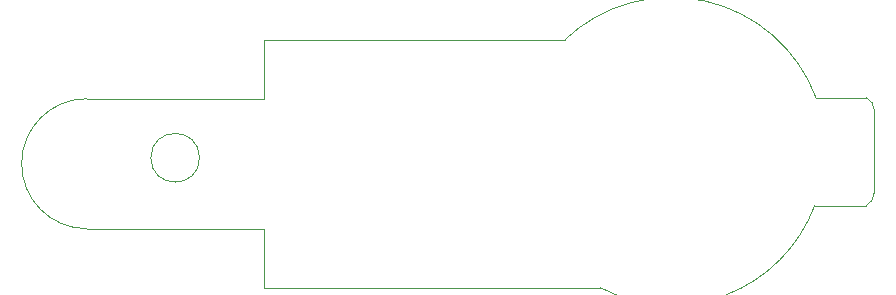
<source format=gm1>
%TF.GenerationSoftware,KiCad,Pcbnew,9.0.5*%
%TF.CreationDate,2025-11-23T04:20:17+05:30*%
%TF.ProjectId,led light,6c656420-6c69-4676-9874-2e6b69636164,1*%
%TF.SameCoordinates,Original*%
%TF.FileFunction,Profile,NP*%
%FSLAX46Y46*%
G04 Gerber Fmt 4.6, Leading zero omitted, Abs format (unit mm)*
G04 Created by KiCad (PCBNEW 9.0.5) date 2025-11-23 04:20:17*
%MOMM*%
%LPD*%
G01*
G04 APERTURE LIST*
%TA.AperFunction,Profile*%
%ADD10C,0.050000*%
%TD*%
G04 APERTURE END LIST*
D10*
X135000000Y-113500000D02*
X163500000Y-113500000D01*
X129561553Y-102500000D02*
G75*
G02*
X125438447Y-102500000I-2061553J0D01*
G01*
X125438447Y-102500000D02*
G75*
G02*
X129561553Y-102500000I2061553J0D01*
G01*
X186703654Y-98500000D02*
X186667003Y-105500000D01*
X186000000Y-97405110D02*
G75*
G02*
X186703654Y-98500000I-500000J-1094890D01*
G01*
X186667003Y-105500000D02*
G75*
G02*
X186000000Y-106554465I-1167003J0D01*
G01*
X181645239Y-106554465D02*
X186000000Y-106554465D01*
X181753039Y-97405110D02*
X186000000Y-97405110D01*
X160500000Y-92500000D02*
G75*
G02*
X181753040Y-97405110I9000000J-9500000D01*
G01*
X181645240Y-106554465D02*
G75*
G02*
X163500000Y-113500000I-12145240J4554465D01*
G01*
X152500000Y-92500000D02*
X160500000Y-92500000D01*
X135000000Y-108500000D02*
X135000000Y-113500000D01*
X135000000Y-92500000D02*
X152500000Y-92500000D01*
X135000000Y-97500000D02*
X135000000Y-92500000D01*
X120000000Y-108500000D02*
X135000000Y-108500000D01*
X120000000Y-97500000D02*
X135000000Y-97500000D01*
X120000000Y-108500000D02*
G75*
G02*
X120000000Y-97500000I0J5500000D01*
G01*
M02*

</source>
